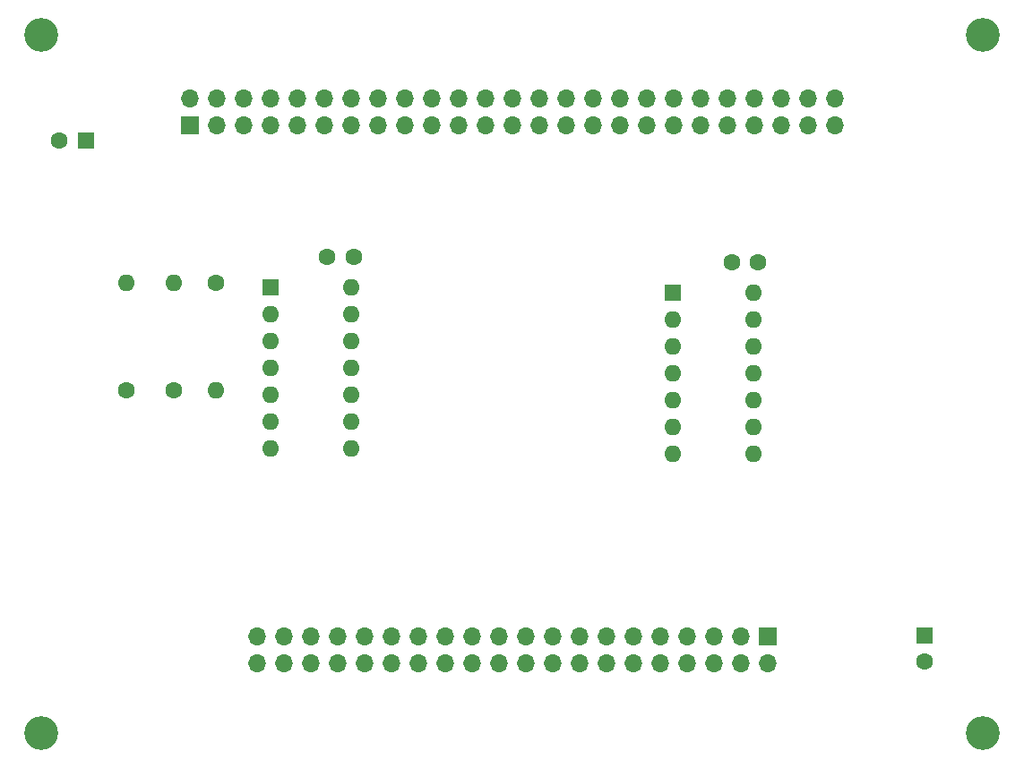
<source format=gbs>
G04 #@! TF.GenerationSoftware,KiCad,Pcbnew,(6.0.4-0)*
G04 #@! TF.CreationDate,2022-11-05T11:58:53+09:00*
G04 #@! TF.ProjectId,PC8001toSBC8080BUS,50433830-3031-4746-9f53-424338303830,rev?*
G04 #@! TF.SameCoordinates,Original*
G04 #@! TF.FileFunction,Soldermask,Bot*
G04 #@! TF.FilePolarity,Negative*
%FSLAX46Y46*%
G04 Gerber Fmt 4.6, Leading zero omitted, Abs format (unit mm)*
G04 Created by KiCad (PCBNEW (6.0.4-0)) date 2022-11-05 11:58:53*
%MOMM*%
%LPD*%
G01*
G04 APERTURE LIST*
%ADD10R,1.600000X1.600000*%
%ADD11O,1.600000X1.600000*%
%ADD12C,1.600000*%
%ADD13R,1.700000X1.700000*%
%ADD14O,1.700000X1.700000*%
%ADD15C,3.200000*%
G04 APERTURE END LIST*
D10*
X115200000Y-68875000D03*
D11*
X115200000Y-71415000D03*
X115200000Y-73955000D03*
X115200000Y-76495000D03*
X115200000Y-79035000D03*
X115200000Y-81575000D03*
X115200000Y-84115000D03*
X122820000Y-84115000D03*
X122820000Y-81575000D03*
X122820000Y-79035000D03*
X122820000Y-76495000D03*
X122820000Y-73955000D03*
X122820000Y-71415000D03*
X122820000Y-68875000D03*
X84820000Y-68375000D03*
X84820000Y-70915000D03*
X84820000Y-73455000D03*
X84820000Y-75995000D03*
X84820000Y-78535000D03*
X84820000Y-81075000D03*
X84820000Y-83615000D03*
X77200000Y-83615000D03*
X77200000Y-81075000D03*
X77200000Y-78535000D03*
X77200000Y-75995000D03*
X77200000Y-73455000D03*
X77200000Y-70915000D03*
D10*
X77200000Y-68375000D03*
D12*
X63500000Y-78080000D03*
D11*
X63500000Y-67920000D03*
D12*
X72000000Y-67920000D03*
D11*
X72000000Y-78080000D03*
D12*
X68000000Y-78080000D03*
D11*
X68000000Y-67920000D03*
D13*
X69525000Y-53000000D03*
D14*
X69525000Y-50460000D03*
X72065000Y-53000000D03*
X72065000Y-50460000D03*
X74605000Y-53000000D03*
X74605000Y-50460000D03*
X77145000Y-53000000D03*
X77145000Y-50460000D03*
X79685000Y-53000000D03*
X79685000Y-50460000D03*
X82225000Y-53000000D03*
X82225000Y-50460000D03*
X84765000Y-53000000D03*
X84765000Y-50460000D03*
X87305000Y-53000000D03*
X87305000Y-50460000D03*
X89845000Y-53000000D03*
X89845000Y-50460000D03*
X92385000Y-53000000D03*
X92385000Y-50460000D03*
X94925000Y-53000000D03*
X94925000Y-50460000D03*
X97465000Y-53000000D03*
X97465000Y-50460000D03*
X100005000Y-53000000D03*
X100005000Y-50460000D03*
X102545000Y-53000000D03*
X102545000Y-50460000D03*
X105085000Y-53000000D03*
X105085000Y-50460000D03*
X107625000Y-53000000D03*
X107625000Y-50460000D03*
X110165000Y-53000000D03*
X110165000Y-50460000D03*
X112705000Y-53000000D03*
X112705000Y-50460000D03*
X115245000Y-53000000D03*
X115245000Y-50460000D03*
X117785000Y-53000000D03*
X117785000Y-50460000D03*
X120325000Y-53000000D03*
X120325000Y-50460000D03*
X122865000Y-53000000D03*
X122865000Y-50460000D03*
X125405000Y-53000000D03*
X125405000Y-50460000D03*
X127945000Y-53000000D03*
X127945000Y-50460000D03*
X130485000Y-53000000D03*
X130485000Y-50460000D03*
D13*
X124125000Y-101350000D03*
D14*
X124125000Y-103890000D03*
X121585000Y-101350000D03*
X121585000Y-103890000D03*
X119045000Y-101350000D03*
X119045000Y-103890000D03*
X116505000Y-101350000D03*
X116505000Y-103890000D03*
X113965000Y-101350000D03*
X113965000Y-103890000D03*
X111425000Y-101350000D03*
X111425000Y-103890000D03*
X108885000Y-101350000D03*
X108885000Y-103890000D03*
X106345000Y-101350000D03*
X106345000Y-103890000D03*
X103805000Y-101350000D03*
X103805000Y-103890000D03*
X101265000Y-101350000D03*
X101265000Y-103890000D03*
X98725000Y-101350000D03*
X98725000Y-103890000D03*
X96185000Y-101350000D03*
X96185000Y-103890000D03*
X93645000Y-101350000D03*
X93645000Y-103890000D03*
X91105000Y-101350000D03*
X91105000Y-103890000D03*
X88565000Y-101350000D03*
X88565000Y-103890000D03*
X86025000Y-101350000D03*
X86025000Y-103890000D03*
X83485000Y-101350000D03*
X83485000Y-103890000D03*
X80945000Y-101350000D03*
X80945000Y-103890000D03*
X78405000Y-101350000D03*
X78405000Y-103890000D03*
X75865000Y-101350000D03*
X75865000Y-103890000D03*
D15*
X144500000Y-110500000D03*
X55500000Y-44500000D03*
X144500000Y-44500000D03*
X55500000Y-110500000D03*
D10*
X59705100Y-54500000D03*
D12*
X57205100Y-54500000D03*
D10*
X139000000Y-101294900D03*
D12*
X139000000Y-103794900D03*
X123250000Y-66000000D03*
X120750000Y-66000000D03*
X85000000Y-65500000D03*
X82500000Y-65500000D03*
M02*

</source>
